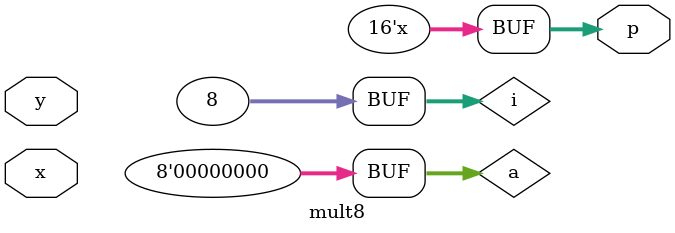
<source format=v>
module Part4(SW,LEDR,CLOCK_50,KEY,HEX0, HEX1, HEX2, HEX3);
input [9:0] SW;
input CLOCK_50;
input [1:0] KEY;
output [9:0] LEDR;
output [7:0] HEX0, HEX1, HEX2, HEX3;


wire [7:0] a,b;

wire [7:0] aout, bout, h0,h1,h2,h3;

wire [15:0] c, cout;


assign a = SW[7:0];

DFlipFlop dff1(a,KEY[1],KEY[0],aout,SW[9]);
DFlipFlop dff2(a,KEY[1],KEY[0],bout,SW[8]);



mult8 m1(c,aout,bout);


assign LEDR = c;


DFlipFlop1 dff3(c,KEY[1],KEY[0],cout);


decoder d1(cout[3:0],h0);
decoder d2(cout[7:4],h1);
decoder d3(cout[11:8],h2);
decoder d4(cout[15:12],h3);

assign HEX0 = h0;
assign HEX1 = h1;
assign HEX2 = h2;
assign HEX3 = h3;

endmodule 


module DFlipFlop1(
data  , // Data Input
clk    , // Clock Input
reset , // Reset input 
q         // Q output
);
input [15:0] data; 
input clk, reset ; 
output q;
 
reg [15:0] q;
 
always @ ( posedge clk or negedge reset)
if (~reset) begin
   q <= 1'b0;
end  else begin
   q <= data;
end
 
endmodule


module DFlipFlop(
data  , // Data Input
clk    , // Clock Input
reset , // Reset input 
q     ,    // Q output
enable		// Enable
);
input [7:0] data; 
input clk, reset,enable ; 
output q;
 
reg [7:0] q;
 
always @ ( posedge clk or negedge reset)
if (~reset) begin
   q <= 1'b0;
end  else if (enable) begin
   q <= data;
end	else	begin
	q <= q;
end	
 
endmodule

module decoder(bcd,z);
input [3:0] bcd;
output [7:0] z;
reg [7:0] z;

always @*
case (bcd)
4'b0000 :      	//Hexadecimal 0
z = 8'b11000000;
4'b0001 :    		//Hexadecimal 1
z = 8'b11111001;
4'b0010 :  		// Hexadecimal 2
z = 8'b10100100 ; 
4'b0011 : 		// Hexadecimal 3
z = 8'b10110000;
4'b0100 :		// Hexadecimal 4
z = 8'b10011001 ;
4'b0101 :		// Hexadecimal 5
z = 8'b10010010 ;  
4'b0110 :		// Hexadecimal 6
z = 8'b10000010 ;
4'b0111 :		// Hexadecimal 7
z = 8'b11111000;
4'b1000 :     		 //Hexadecimal 8
z = 8'b10000000;
4'b1001 :    		//Hexadecimal 9
z = 8'b10011000 ;
4'b1010 :  		// Hexadecimal A
z = 8'b10001000 ; 
4'b1011 : 		// Hexadecimal B
z = 8'b10000011;
4'b1100 :		// Hexadecimal C
z = 8'b11000110 ;
4'b1101 :		// Hexadecimal D
z = 8'b10100001 ;
4'b1110 :		// Hexadecimal E
z = 8'b10000110 ;
4'b1111 :		// Hexadecimal F
z = 8'b10001110 ;
endcase


endmodule

module mult8(p,x,y);
output [15:0]p;
input [7:0]x,y;
reg [15:0]p=0;
reg [7:0]a;
integer i;

always @(x , y)
begin
a=x;

for(i=0;i<8;i=i+1)
begin
if(y[i])
begin
p<=p+a;
a=a<<1;
end
else
a=a<<1;

end

end

endmodule

</source>
